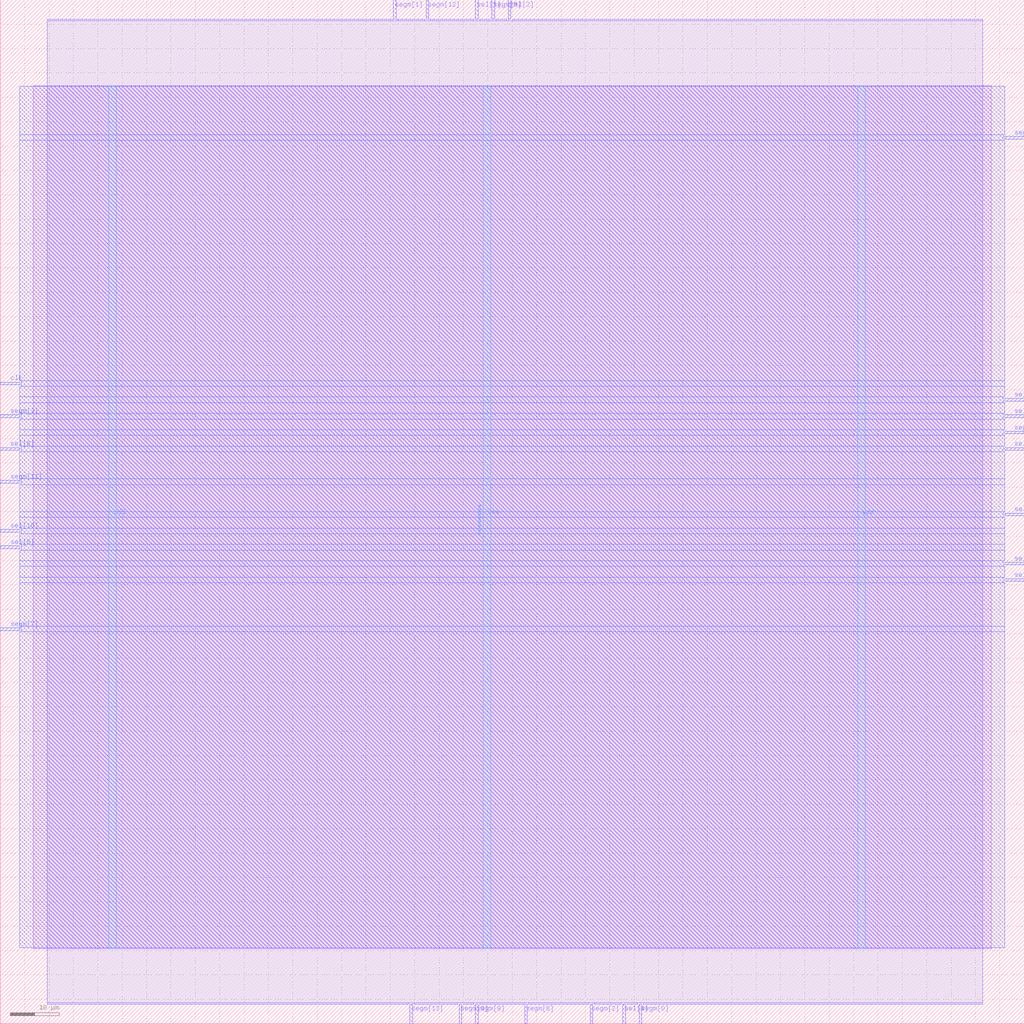
<source format=lef>
VERSION 5.7 ;
  NOWIREEXTENSIONATPIN ON ;
  DIVIDERCHAR "/" ;
  BUSBITCHARS "[]" ;
MACRO ita64
  CLASS BLOCK ;
  FOREIGN ita64 ;
  ORIGIN 0.000 0.000 ;
  SIZE 210.000 BY 210.000 ;
  PIN clk
    DIRECTION INPUT ;
    USE SIGNAL ;
    ANTENNAGATEAREA 4.738000 ;
    ANTENNADIFFAREA 0.410400 ;
    PORT
      LAYER Metal3 ;
        RECT 0.000 131.040 4.000 131.600 ;
    END
  END clk
  PIN segm[0]
    DIRECTION OUTPUT TRISTATE ;
    USE SIGNAL ;
    ANTENNADIFFAREA 4.731200 ;
    PORT
      LAYER Metal2 ;
        RECT 131.040 0.000 131.600 4.000 ;
    END
  END segm[0]
  PIN segm[10]
    DIRECTION OUTPUT TRISTATE ;
    USE SIGNAL ;
    ANTENNADIFFAREA 4.731200 ;
    PORT
      LAYER Metal3 ;
        RECT 206.000 120.960 210.000 121.520 ;
    END
  END segm[10]
  PIN segm[11]
    DIRECTION OUTPUT TRISTATE ;
    USE SIGNAL ;
    ANTENNADIFFAREA 4.731200 ;
    PORT
      LAYER Metal3 ;
        RECT 0.000 110.880 4.000 111.440 ;
    END
  END segm[11]
  PIN segm[12]
    DIRECTION OUTPUT TRISTATE ;
    USE SIGNAL ;
    ANTENNADIFFAREA 4.731200 ;
    PORT
      LAYER Metal2 ;
        RECT 87.360 206.000 87.920 210.000 ;
    END
  END segm[12]
  PIN segm[13]
    DIRECTION OUTPUT TRISTATE ;
    USE SIGNAL ;
    ANTENNADIFFAREA 4.731200 ;
    PORT
      LAYER Metal2 ;
        RECT 84.000 0.000 84.560 4.000 ;
    END
  END segm[13]
  PIN segm[1]
    DIRECTION OUTPUT TRISTATE ;
    USE SIGNAL ;
    ANTENNADIFFAREA 0.360800 ;
    PORT
      LAYER Metal2 ;
        RECT 80.640 206.000 81.200 210.000 ;
    END
  END segm[1]
  PIN segm[2]
    DIRECTION OUTPUT TRISTATE ;
    USE SIGNAL ;
    ANTENNADIFFAREA 4.731200 ;
    PORT
      LAYER Metal2 ;
        RECT 120.960 0.000 121.520 4.000 ;
    END
  END segm[2]
  PIN segm[3]
    DIRECTION OUTPUT TRISTATE ;
    USE SIGNAL ;
    ANTENNADIFFAREA 4.731200 ;
    PORT
      LAYER Metal3 ;
        RECT 0.000 124.320 4.000 124.880 ;
    END
  END segm[3]
  PIN segm[4]
    DIRECTION OUTPUT TRISTATE ;
    USE SIGNAL ;
    ANTENNADIFFAREA 0.360800 ;
    PORT
      LAYER Metal3 ;
        RECT 206.000 181.440 210.000 182.000 ;
    END
  END segm[4]
  PIN segm[5]
    DIRECTION OUTPUT TRISTATE ;
    USE SIGNAL ;
    ANTENNADIFFAREA 4.731200 ;
    PORT
      LAYER Metal2 ;
        RECT 100.800 206.000 101.360 210.000 ;
    END
  END segm[5]
  PIN segm[6]
    DIRECTION OUTPUT TRISTATE ;
    USE SIGNAL ;
    ANTENNADIFFAREA 4.731200 ;
    PORT
      LAYER Metal2 ;
        RECT 107.520 0.000 108.080 4.000 ;
    END
  END segm[6]
  PIN segm[7]
    DIRECTION OUTPUT TRISTATE ;
    USE SIGNAL ;
    ANTENNADIFFAREA 4.731200 ;
    PORT
      LAYER Metal3 ;
        RECT 0.000 80.640 4.000 81.200 ;
    END
  END segm[7]
  PIN segm[8]
    DIRECTION OUTPUT TRISTATE ;
    USE SIGNAL ;
    ANTENNADIFFAREA 4.731200 ;
    PORT
      LAYER Metal2 ;
        RECT 97.440 0.000 98.000 4.000 ;
    END
  END segm[8]
  PIN segm[9]
    DIRECTION OUTPUT TRISTATE ;
    USE SIGNAL ;
    ANTENNADIFFAREA 4.731200 ;
    PORT
      LAYER Metal2 ;
        RECT 94.080 0.000 94.640 4.000 ;
    END
  END segm[9]
  PIN sel[0]
    DIRECTION OUTPUT TRISTATE ;
    USE SIGNAL ;
    ANTENNADIFFAREA 4.731200 ;
    PORT
      LAYER Metal3 ;
        RECT 206.000 124.320 210.000 124.880 ;
    END
  END sel[0]
  PIN sel[10]
    DIRECTION OUTPUT TRISTATE ;
    USE SIGNAL ;
    ANTENNADIFFAREA 4.731200 ;
    PORT
      LAYER Metal3 ;
        RECT 0.000 100.800 4.000 101.360 ;
    END
  END sel[10]
  PIN sel[11]
    DIRECTION OUTPUT TRISTATE ;
    USE SIGNAL ;
    ANTENNADIFFAREA 4.731200 ;
    PORT
      LAYER Metal3 ;
        RECT 206.000 90.720 210.000 91.280 ;
    END
  END sel[11]
  PIN sel[1]
    DIRECTION OUTPUT TRISTATE ;
    USE SIGNAL ;
    ANTENNADIFFAREA 4.731200 ;
    PORT
      LAYER Metal2 ;
        RECT 97.440 206.000 98.000 210.000 ;
    END
  END sel[1]
  PIN sel[2]
    DIRECTION OUTPUT TRISTATE ;
    USE SIGNAL ;
    ANTENNADIFFAREA 4.731200 ;
    PORT
      LAYER Metal2 ;
        RECT 104.160 206.000 104.720 210.000 ;
    END
  END sel[2]
  PIN sel[3]
    DIRECTION OUTPUT TRISTATE ;
    USE SIGNAL ;
    ANTENNADIFFAREA 4.731200 ;
    PORT
      LAYER Metal3 ;
        RECT 206.000 127.680 210.000 128.240 ;
    END
  END sel[3]
  PIN sel[4]
    DIRECTION OUTPUT TRISTATE ;
    USE SIGNAL ;
    ANTENNADIFFAREA 4.731200 ;
    PORT
      LAYER Metal2 ;
        RECT 127.680 0.000 128.240 4.000 ;
    END
  END sel[4]
  PIN sel[5]
    DIRECTION OUTPUT TRISTATE ;
    USE SIGNAL ;
    ANTENNADIFFAREA 4.731200 ;
    PORT
      LAYER Metal3 ;
        RECT 0.000 97.440 4.000 98.000 ;
    END
  END sel[5]
  PIN sel[6]
    DIRECTION OUTPUT TRISTATE ;
    USE SIGNAL ;
    ANTENNADIFFAREA 4.731200 ;
    PORT
      LAYER Metal3 ;
        RECT 0.000 117.600 4.000 118.160 ;
    END
  END sel[6]
  PIN sel[7]
    DIRECTION OUTPUT TRISTATE ;
    USE SIGNAL ;
    ANTENNADIFFAREA 4.731200 ;
    PORT
      LAYER Metal3 ;
        RECT 206.000 117.600 210.000 118.160 ;
    END
  END sel[7]
  PIN sel[8]
    DIRECTION OUTPUT TRISTATE ;
    USE SIGNAL ;
    ANTENNADIFFAREA 4.731200 ;
    PORT
      LAYER Metal3 ;
        RECT 206.000 94.080 210.000 94.640 ;
    END
  END sel[8]
  PIN sel[9]
    DIRECTION OUTPUT TRISTATE ;
    USE SIGNAL ;
    ANTENNADIFFAREA 4.731200 ;
    PORT
      LAYER Metal3 ;
        RECT 206.000 104.160 210.000 104.720 ;
    END
  END sel[9]
  PIN vdd
    DIRECTION INOUT ;
    USE POWER ;
    PORT
      LAYER Metal4 ;
        RECT 22.240 15.380 23.840 192.380 ;
    END
    PORT
      LAYER Metal4 ;
        RECT 175.840 15.380 177.440 192.380 ;
    END
  END vdd
  PIN vss
    DIRECTION INOUT ;
    USE GROUND ;
    PORT
      LAYER Metal4 ;
        RECT 99.040 15.380 100.640 192.380 ;
    END
  END vss
  OBS
      LAYER Metal1 ;
        RECT 6.720 15.380 203.280 192.380 ;
      LAYER Metal2 ;
        RECT 9.660 205.700 80.340 206.000 ;
        RECT 81.500 205.700 87.060 206.000 ;
        RECT 88.220 205.700 97.140 206.000 ;
        RECT 98.300 205.700 100.500 206.000 ;
        RECT 101.660 205.700 103.860 206.000 ;
        RECT 105.020 205.700 201.460 206.000 ;
        RECT 9.660 4.300 201.460 205.700 ;
        RECT 9.660 4.000 83.700 4.300 ;
        RECT 84.860 4.000 93.780 4.300 ;
        RECT 94.940 4.000 97.140 4.300 ;
        RECT 98.300 4.000 107.220 4.300 ;
        RECT 108.380 4.000 120.660 4.300 ;
        RECT 121.820 4.000 127.380 4.300 ;
        RECT 128.540 4.000 130.740 4.300 ;
        RECT 131.900 4.000 201.460 4.300 ;
      LAYER Metal3 ;
        RECT 4.000 182.300 206.000 192.220 ;
        RECT 4.000 181.140 205.700 182.300 ;
        RECT 4.000 131.900 206.000 181.140 ;
        RECT 4.300 130.740 206.000 131.900 ;
        RECT 4.000 128.540 206.000 130.740 ;
        RECT 4.000 127.380 205.700 128.540 ;
        RECT 4.000 125.180 206.000 127.380 ;
        RECT 4.300 124.020 205.700 125.180 ;
        RECT 4.000 121.820 206.000 124.020 ;
        RECT 4.000 120.660 205.700 121.820 ;
        RECT 4.000 118.460 206.000 120.660 ;
        RECT 4.300 117.300 205.700 118.460 ;
        RECT 4.000 111.740 206.000 117.300 ;
        RECT 4.300 110.580 206.000 111.740 ;
        RECT 4.000 105.020 206.000 110.580 ;
        RECT 4.000 103.860 205.700 105.020 ;
        RECT 4.000 101.660 206.000 103.860 ;
        RECT 4.300 100.500 206.000 101.660 ;
        RECT 4.000 98.300 206.000 100.500 ;
        RECT 4.300 97.140 206.000 98.300 ;
        RECT 4.000 94.940 206.000 97.140 ;
        RECT 4.000 93.780 205.700 94.940 ;
        RECT 4.000 91.580 206.000 93.780 ;
        RECT 4.000 90.420 205.700 91.580 ;
        RECT 4.000 81.500 206.000 90.420 ;
        RECT 4.300 80.340 206.000 81.500 ;
        RECT 4.000 15.540 206.000 80.340 ;
      LAYER Metal4 ;
        RECT 98.140 100.330 98.420 106.310 ;
  END
END ita64
END LIBRARY


</source>
